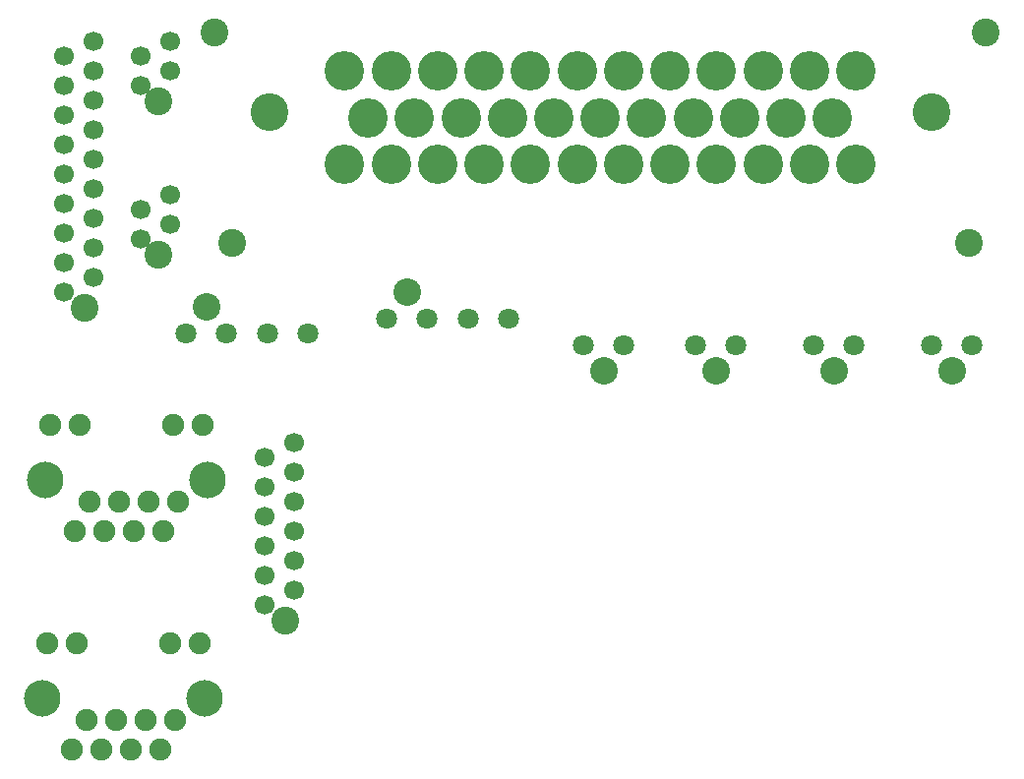
<source format=gbr>
G04 #@! TF.FileFunction,Soldermask,Bot*
%FSLAX46Y46*%
G04 Gerber Fmt 4.6, Leading zero omitted, Abs format (unit mm)*
G04 Created by KiCad (PCBNEW 4.0.7-e2-6376~58~ubuntu16.04.1) date Thu Mar  1 20:25:12 2018*
%MOMM*%
%LPD*%
G01*
G04 APERTURE LIST*
%ADD10C,0.100000*%
%ADD11C,1.700000*%
%ADD12C,2.400000*%
%ADD13C,3.250000*%
%ADD14C,3.400000*%
%ADD15C,1.900000*%
%ADD16C,3.150000*%
%ADD17C,1.797000*%
%ADD18C,2.381000*%
G04 APERTURE END LIST*
D10*
D11*
X40640000Y-54610000D03*
X40640000Y-57150000D03*
X40640000Y-59690000D03*
X40640000Y-52070000D03*
X43180000Y-58420000D03*
X43180000Y-55880000D03*
X43180000Y-53340000D03*
X43180000Y-50800000D03*
X40640000Y-49530000D03*
X43180000Y-48260000D03*
X40640000Y-46990000D03*
X43180000Y-45720000D03*
X40640000Y-44450000D03*
X43180000Y-43180000D03*
X40640000Y-41910000D03*
X43180000Y-40640000D03*
X40640000Y-39370000D03*
X43180000Y-38100000D03*
D12*
X42440000Y-61090000D03*
D13*
X58316000Y-44196000D03*
D12*
X53616000Y-37396000D03*
X120016000Y-37396000D03*
X55116000Y-55496000D03*
X118516000Y-55496000D03*
D14*
X80816000Y-40696000D03*
X104816000Y-40696000D03*
X100816000Y-40696000D03*
X96816000Y-40696000D03*
X92816000Y-40696000D03*
X88816000Y-40696000D03*
X84816000Y-40696000D03*
X102816000Y-44696000D03*
X98816000Y-44696000D03*
X90816000Y-44696000D03*
X94816000Y-44696000D03*
X86816000Y-44696000D03*
X82816000Y-44696000D03*
X84816000Y-48696000D03*
X88816000Y-48696000D03*
X96816000Y-48696000D03*
X92816000Y-48696000D03*
X100816000Y-48696000D03*
X104816000Y-48696000D03*
X108816000Y-40696000D03*
X106816000Y-44696000D03*
X108816000Y-48696000D03*
D13*
X115316000Y-44196000D03*
D14*
X80816000Y-48696000D03*
X78816000Y-44696000D03*
X76816000Y-40696000D03*
X76816000Y-48696000D03*
X72816000Y-40696000D03*
X74816000Y-44696000D03*
X72816000Y-48696000D03*
X68816000Y-40696000D03*
X70816000Y-44696000D03*
X68816000Y-48696000D03*
X64816000Y-40696000D03*
X66816000Y-44696000D03*
X64816000Y-48696000D03*
D15*
X52578000Y-71120000D03*
X50038000Y-71120000D03*
X39478000Y-71120000D03*
X42018000Y-71120000D03*
X50478000Y-77750000D03*
X47938000Y-77750000D03*
X45398000Y-77750000D03*
X42858000Y-77750000D03*
X49208000Y-80290000D03*
X46668000Y-80290000D03*
X44128000Y-80290000D03*
X41588000Y-80290000D03*
D16*
X52978000Y-75870000D03*
X39078000Y-75870000D03*
D17*
X54638000Y-63246000D03*
X51138000Y-63246000D03*
D18*
X52888000Y-61016000D03*
D17*
X58138000Y-63246000D03*
X61638000Y-63246000D03*
X115316000Y-64262000D03*
X118816000Y-64262000D03*
D18*
X117066000Y-66492000D03*
D17*
X105156000Y-64262000D03*
X108656000Y-64262000D03*
D18*
X106906000Y-66492000D03*
D17*
X85344000Y-64262000D03*
X88844000Y-64262000D03*
D18*
X87094000Y-66492000D03*
D17*
X71910000Y-61976000D03*
X68410000Y-61976000D03*
D18*
X70160000Y-59746000D03*
D17*
X75410000Y-61976000D03*
X78910000Y-61976000D03*
D11*
X47244000Y-39370000D03*
X47244000Y-41910000D03*
X49784000Y-40640000D03*
X49784000Y-38100000D03*
D12*
X48744000Y-43310000D03*
D11*
X47244000Y-52578000D03*
X47244000Y-55118000D03*
X49784000Y-53848000D03*
X49784000Y-51308000D03*
D12*
X48744000Y-56518000D03*
D15*
X52324000Y-89916000D03*
X49784000Y-89916000D03*
X39224000Y-89916000D03*
X41764000Y-89916000D03*
X50224000Y-96546000D03*
X47684000Y-96546000D03*
X45144000Y-96546000D03*
X42604000Y-96546000D03*
X48954000Y-99086000D03*
X46414000Y-99086000D03*
X43874000Y-99086000D03*
X41334000Y-99086000D03*
D16*
X52724000Y-94666000D03*
X38824000Y-94666000D03*
D11*
X57912000Y-81534000D03*
X57912000Y-84074000D03*
X57912000Y-86614000D03*
X57912000Y-78994000D03*
X60452000Y-85344000D03*
X60452000Y-82804000D03*
X60452000Y-80264000D03*
X60452000Y-77724000D03*
X57912000Y-76454000D03*
X60452000Y-75184000D03*
X57912000Y-73914000D03*
X60452000Y-72644000D03*
D12*
X59712000Y-88014000D03*
D17*
X94996000Y-64262000D03*
X98496000Y-64262000D03*
D18*
X96746000Y-66492000D03*
M02*

</source>
